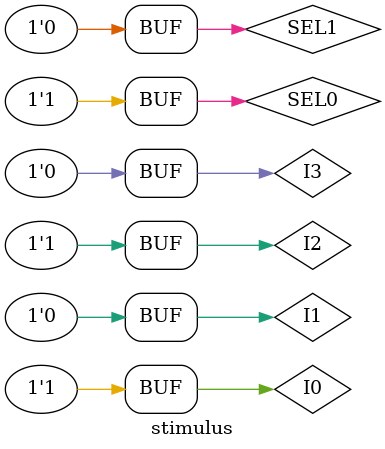
<source format=v>
module stimulus ;
//declaring the ports 
//remember to use heirarchicle naming
reg SEL1,SEL0;
reg I0,I1,I2,I3 ;
wire OUT ;

//instantiating the MUX_4to1 module , note this is in_order instantiation 
MUX_4to1 mx(OUT, I0, I1, I2, I3, SEL0, SEL1);

//behavioural block 
initial 
begin 
    I0 = 1; I1 = 0; I2 = 1; I3 = 0;
    $monitor($time , " S0 = %b  S1 = %b  OUTPUT = %b ", SEL0, SEL1, OUT);

    // selecting I0
    #1 SEL0 = 0 ; SEL1 = 0 ;

    // selecting I1
    #1 SEL0 = 1 ; SEL1 = 0 ;
end 
endmodule 

</source>
